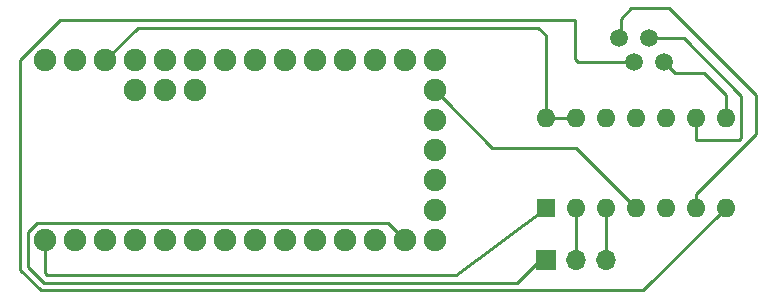
<source format=gtl>
G04 #@! TF.FileFunction,Copper,L1,Top,Signal*
%FSLAX46Y46*%
G04 Gerber Fmt 4.6, Leading zero omitted, Abs format (unit mm)*
G04 Created by KiCad (PCBNEW 4.0.6) date Tuesday, May 23, 2017 'AMt' 09:44:31 AM*
%MOMM*%
%LPD*%
G01*
G04 APERTURE LIST*
%ADD10C,0.100000*%
%ADD11C,1.900000*%
%ADD12R,1.600000X1.600000*%
%ADD13O,1.600000X1.600000*%
%ADD14R,1.700000X1.700000*%
%ADD15O,1.700000X1.700000*%
%ADD16C,1.500000*%
%ADD17C,0.250000*%
G04 APERTURE END LIST*
D10*
D11*
X139865100Y-99923600D03*
X142405100Y-99923600D03*
X144945100Y-99923600D03*
X165265100Y-110083600D03*
X165265100Y-107543600D03*
X165265100Y-105003600D03*
X165265100Y-99923600D03*
X165265100Y-102463600D03*
X134785100Y-112623600D03*
X137325100Y-112623600D03*
X139865100Y-112623600D03*
X142405100Y-112623600D03*
X144945100Y-112623600D03*
X147485100Y-112623600D03*
X150025100Y-112623600D03*
X152565100Y-112623600D03*
X155105100Y-112623600D03*
X157645100Y-112623600D03*
X160185100Y-112623600D03*
X162725100Y-112623600D03*
X165265100Y-112623600D03*
X165265100Y-97383600D03*
X162725100Y-97383600D03*
X160185100Y-97383600D03*
X157645100Y-97383600D03*
X155105100Y-97383600D03*
X152565100Y-97383600D03*
X150025100Y-97383600D03*
X147485100Y-97383600D03*
X144945100Y-97383600D03*
X142405100Y-97383600D03*
X139865100Y-97383600D03*
X137325100Y-97383600D03*
X134785100Y-97383600D03*
X132245100Y-97383600D03*
X132245100Y-112623600D03*
D12*
X174625000Y-109855000D03*
D13*
X189865000Y-102235000D03*
X177165000Y-109855000D03*
X187325000Y-102235000D03*
X179705000Y-109855000D03*
X184785000Y-102235000D03*
X182245000Y-109855000D03*
X182245000Y-102235000D03*
X184785000Y-109855000D03*
X179705000Y-102235000D03*
X187325000Y-109855000D03*
X177165000Y-102235000D03*
X189865000Y-109855000D03*
X174625000Y-102235000D03*
D14*
X174625000Y-114300000D03*
D15*
X177165000Y-114300000D03*
X179705000Y-114300000D03*
D16*
X182130000Y-97520000D03*
X184630000Y-97520000D03*
X180880000Y-95520000D03*
X183380000Y-95520000D03*
D17*
X182245000Y-109855000D02*
X177165000Y-104775000D01*
X177165000Y-104775000D02*
X170116500Y-104775000D01*
X166215099Y-100873599D02*
X165265100Y-99923600D01*
X170116500Y-104775000D02*
X166215099Y-100873599D01*
X174625000Y-102235000D02*
X174625000Y-95250000D01*
X174625000Y-95250000D02*
X173990000Y-94615000D01*
X174625000Y-102235000D02*
X177165000Y-102235000D01*
X140093700Y-94615000D02*
X137325100Y-97383600D01*
X173990000Y-94615000D02*
X140093700Y-94615000D01*
X132245100Y-112623600D02*
X132245100Y-115404900D01*
X167005000Y-115570000D02*
X174625000Y-109855000D01*
X132410200Y-115570000D02*
X167005000Y-115570000D01*
X132245100Y-115404900D02*
X132410200Y-115570000D01*
X188005000Y-98470000D02*
X185580000Y-98470000D01*
X185580000Y-98470000D02*
X184630000Y-97520000D01*
X189865000Y-100330000D02*
X188005000Y-98470000D01*
X189865000Y-102235000D02*
X189865000Y-100330000D01*
X191190001Y-100385001D02*
X186325000Y-95520000D01*
X186325000Y-95520000D02*
X183380000Y-95520000D01*
X190989378Y-104140000D02*
X191190001Y-103939377D01*
X191190001Y-103939377D02*
X191190001Y-100385001D01*
X187325000Y-104140000D02*
X190989378Y-104140000D01*
X187325000Y-102235000D02*
X187325000Y-104140000D01*
X187325000Y-109855000D02*
X187325000Y-108723630D01*
X187325000Y-108723630D02*
X192405000Y-103643630D01*
X192405000Y-103643630D02*
X192405000Y-100330000D01*
X192405000Y-100330000D02*
X185069999Y-92994999D01*
X185069999Y-92994999D02*
X181875001Y-92994999D01*
X181875001Y-92994999D02*
X180975000Y-93895000D01*
X180975000Y-93895000D02*
X180975000Y-95425000D01*
X180975000Y-95425000D02*
X180880000Y-95520000D01*
X177114990Y-93964990D02*
X177114990Y-97300010D01*
X177114990Y-97300010D02*
X177334980Y-97520000D01*
X177334980Y-97520000D02*
X182130000Y-97520000D01*
X189865000Y-109855000D02*
X182849980Y-116870020D01*
X182849980Y-116870020D02*
X131871716Y-116870020D01*
X131871716Y-116870020D02*
X130120089Y-115118393D01*
X130120089Y-115118393D02*
X130120089Y-97325609D01*
X130120089Y-97325609D02*
X133480708Y-93964990D01*
X133480708Y-93964990D02*
X177114990Y-93964990D01*
X161775101Y-111673601D02*
X162725100Y-112623600D01*
X175260000Y-114300000D02*
X174160000Y-114300000D01*
X174160000Y-114300000D02*
X172239990Y-116220010D01*
X172239990Y-116220010D02*
X132140958Y-116220010D01*
X132140958Y-116220010D02*
X130770099Y-114849151D01*
X130770099Y-114849151D02*
X130770099Y-111915599D01*
X130770099Y-111915599D02*
X131537099Y-111148599D01*
X131537099Y-111148599D02*
X161250099Y-111148599D01*
X161250099Y-111148599D02*
X161775101Y-111673601D01*
X177165000Y-109855000D02*
X177165000Y-113665000D01*
X177165000Y-113665000D02*
X177800000Y-114300000D01*
X179705000Y-109855000D02*
X179705000Y-113665000D01*
X179705000Y-113665000D02*
X180340000Y-114300000D01*
M02*

</source>
